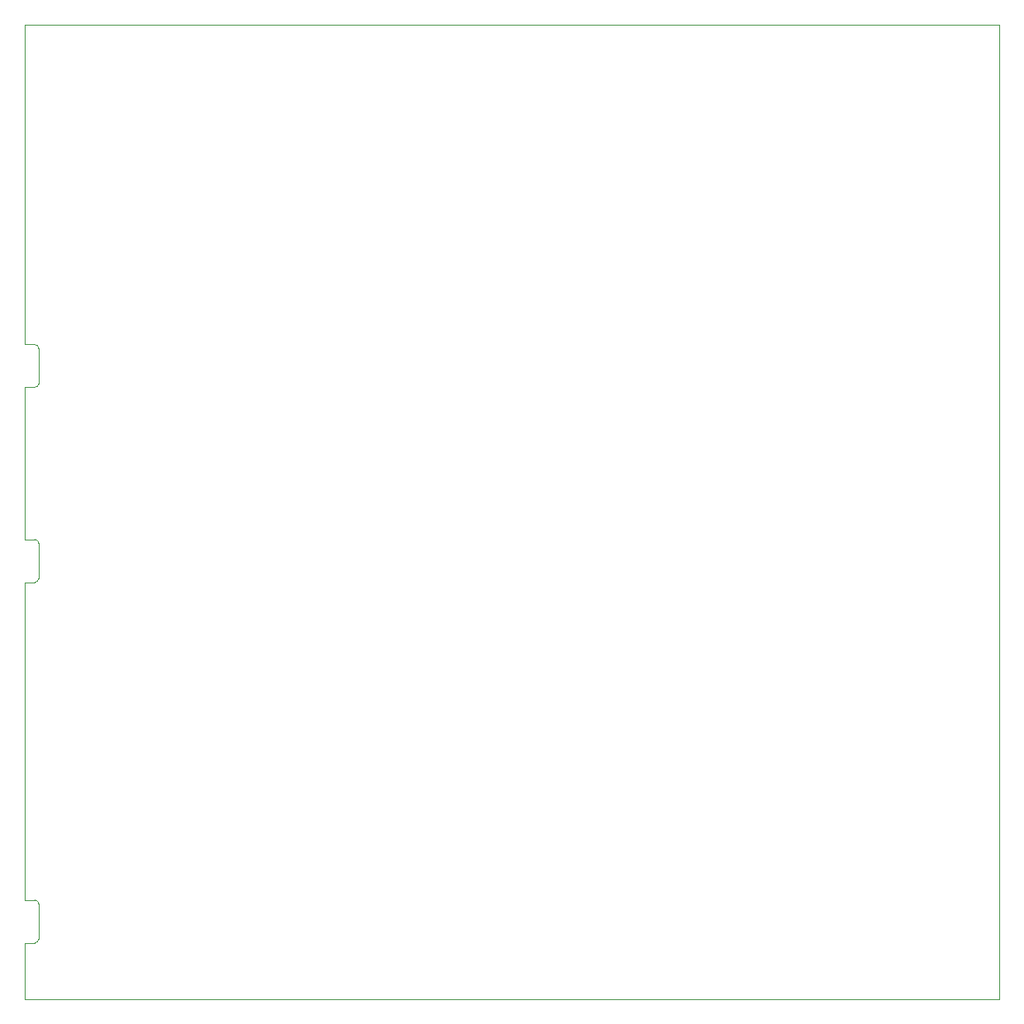
<source format=gbr>
%TF.GenerationSoftware,KiCad,Pcbnew,8.0.7*%
%TF.CreationDate,2025-05-14T18:58:00+01:00*%
%TF.ProjectId,ESP32-S3-Experimenter,45535033-322d-4533-932d-457870657269,rev?*%
%TF.SameCoordinates,Original*%
%TF.FileFunction,Profile,NP*%
%FSLAX46Y46*%
G04 Gerber Fmt 4.6, Leading zero omitted, Abs format (unit mm)*
G04 Created by KiCad (PCBNEW 8.0.7) date 2025-05-14 18:58:00*
%MOMM*%
%LPD*%
G01*
G04 APERTURE LIST*
%TA.AperFunction,Profile*%
%ADD10C,0.050000*%
%TD*%
%TA.AperFunction,Profile*%
%ADD11C,0.120000*%
%TD*%
G04 APERTURE END LIST*
D10*
X50000000Y-78500000D02*
X50000000Y-50000000D01*
X150000000Y-50000000D02*
X150000000Y-150000000D01*
X50000000Y-98500000D02*
X50000000Y-91500000D01*
X50000000Y-135500000D02*
X50000000Y-111500000D01*
X50000000Y-150000000D02*
X50000000Y-148500000D01*
X50000000Y-50000000D02*
X150000000Y-50000000D01*
X150000000Y-150000000D02*
X50000000Y-150000000D01*
D11*
%TO.C,J3*%
X50000000Y-102800000D02*
X50000000Y-98500000D01*
X50000000Y-107200000D02*
X50000000Y-111500000D01*
X51000000Y-102800000D02*
X50000000Y-102800000D01*
X51000000Y-107200000D02*
X50000000Y-107200000D01*
X51400000Y-106800000D02*
X51400000Y-103200000D01*
X51000000Y-102800000D02*
G75*
G02*
X51400000Y-103200000I1J-399999D01*
G01*
X51400000Y-106800000D02*
G75*
G02*
X51000000Y-107200000I-400000J0D01*
G01*
%TO.C,J4*%
X50000000Y-82800000D02*
X50000000Y-78500000D01*
X50000000Y-87200000D02*
X50000000Y-91500000D01*
X51000000Y-82800000D02*
X50000000Y-82800000D01*
X51000000Y-87200000D02*
X50000000Y-87200000D01*
X51400000Y-86800000D02*
X51400000Y-83200000D01*
X51000000Y-82800000D02*
G75*
G02*
X51400000Y-83200000I1J-399999D01*
G01*
X51400000Y-86800000D02*
G75*
G02*
X51000000Y-87200000I-400000J0D01*
G01*
%TO.C,J6*%
X50000000Y-139800000D02*
X50000000Y-135500000D01*
X50000000Y-144200000D02*
X50000000Y-148500000D01*
X51000000Y-139800000D02*
X50000000Y-139800000D01*
X51000000Y-144200000D02*
X50000000Y-144200000D01*
X51400000Y-143800000D02*
X51400000Y-140200000D01*
X51000000Y-139800000D02*
G75*
G02*
X51400000Y-140200000I-2J-400002D01*
G01*
X51400000Y-143800000D02*
G75*
G02*
X51000000Y-144200000I-400000J0D01*
G01*
%TD*%
M02*

</source>
